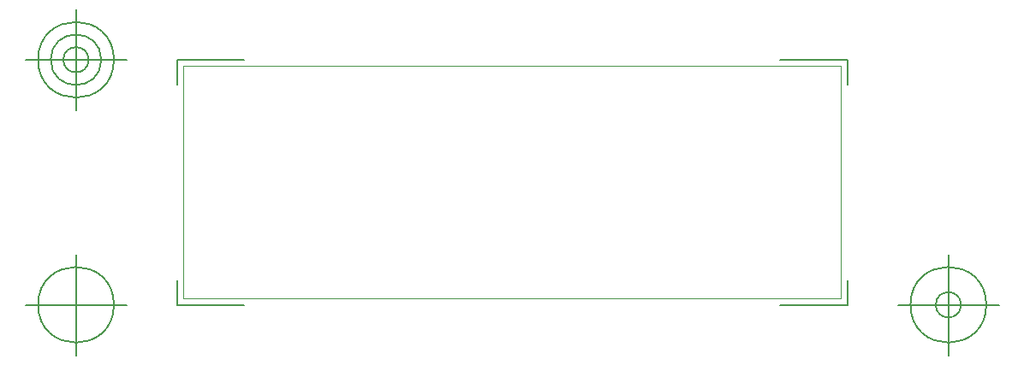
<source format=gbr>
G04 Generated by Ultiboard 13.0 *
%FSLAX34Y34*%
%MOMM*%

%ADD11C,0.0010*%
%ADD12C,0.2032*%


G04 ColorRGB 00FFFF for the following layer *
%LNBoard Outline*%
%LPD*%
G54D10*
G54D11*
X0Y0D02*
X650000Y0D01*
X650000Y230000D01*
X0Y230000D01*
X0Y0D01*
G54D12*
X-6350Y-6350D02*
X-6350Y17920D01*
X-6350Y-6350D02*
X59920Y-6350D01*
X656350Y-6350D02*
X590080Y-6350D01*
X656350Y-6350D02*
X656350Y17920D01*
X656350Y236350D02*
X656350Y212080D01*
X656350Y236350D02*
X590080Y236350D01*
X-6350Y236350D02*
X59920Y236350D01*
X-6350Y236350D02*
X-6350Y212080D01*
X-56350Y-6350D02*
X-156350Y-6350D01*
X-106350Y-56350D02*
X-106350Y43650D01*
X-143850Y-6350D02*
G75*
D01*
G02X-143850Y-6350I37500J0*
G01*
X706350Y-6350D02*
X806350Y-6350D01*
X756350Y-56350D02*
X756350Y43650D01*
X718850Y-6350D02*
G75*
D01*
G02X718850Y-6350I37500J0*
G01*
X743850Y-6350D02*
G75*
D01*
G02X743850Y-6350I12500J0*
G01*
X-56350Y236350D02*
X-156350Y236350D01*
X-106350Y186350D02*
X-106350Y286350D01*
X-143850Y236350D02*
G75*
D01*
G02X-143850Y236350I37500J0*
G01*
X-131350Y236350D02*
G75*
D01*
G02X-131350Y236350I25000J0*
G01*
X-118850Y236350D02*
G75*
D01*
G02X-118850Y236350I12500J0*
G01*

M02*

</source>
